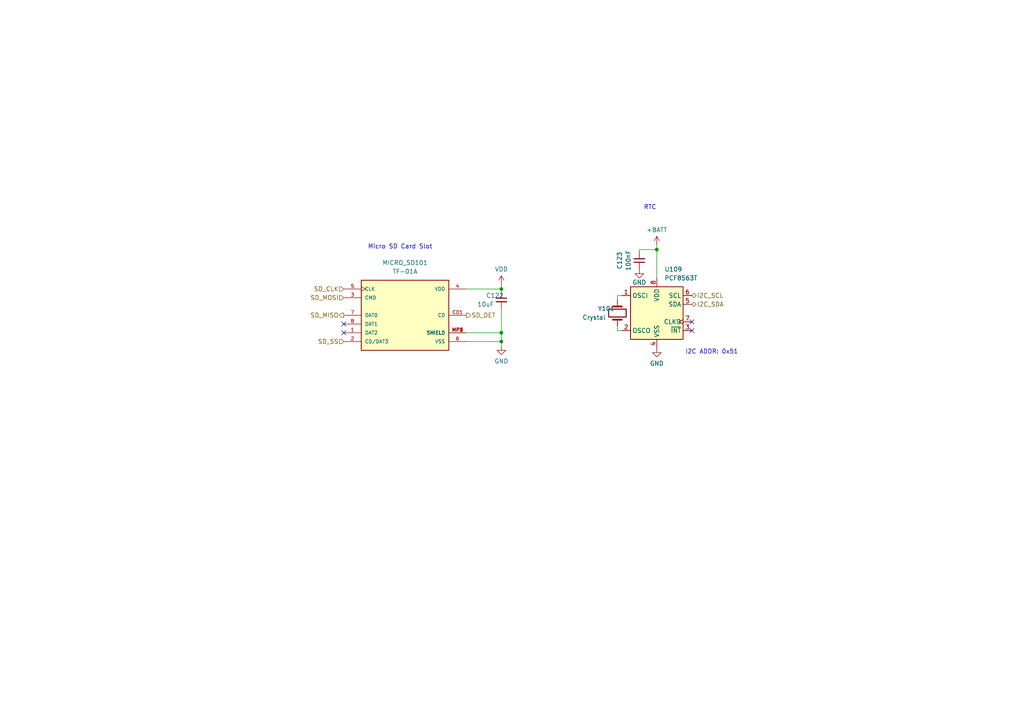
<source format=kicad_sch>
(kicad_sch (version 20231120) (generator "eeschema") (generator_version "8.0")
  (paper "A4")
  (lib_symbols
    (symbol "Device:C_Small" (pin_numbers hide) (pin_names (offset 0.254) hide)
      (property "Reference" "C" (at 0.254 1.778 0))
      (property "Value" "C_Small" (at 0.254 -2.032 0))
      (symbol "C_Small_0_1"
        (polyline (pts (xy -1.524 -0.508) (xy 1.524 -0.508)) (stroke (width 0.3302)))
        (polyline (pts (xy -1.524 0.508) (xy 1.524 0.508)) (stroke (width 0.3048)))
      )
      (symbol "C_Small_1_1"
        (pin passive line (at 0 2.54 270) (length 2.032) (name "~") (number "1"))
        (pin passive line (at 0 -2.54 90) (length 2.032) (name "~") (number "2"))
      )
    )
    (symbol "Device:Crystal" (pin_numbers hide) (pin_names (offset 1.016) hide)
      (property "Reference" "Y" (at 0 3.81 0))
      (property "Value" "Crystal" (at 0 -3.81 0))
      (symbol "Crystal_0_1"
        (rectangle (start -1.143 2.54) (end 1.143 -2.54) (stroke (width 0.3048)))
        (polyline (pts (xy -2.54 0) (xy -1.905 0)))
        (polyline (pts (xy -1.905 -1.27) (xy -1.905 1.27)) (stroke (width 0.508)))
        (polyline (pts (xy 1.905 -1.27) (xy 1.905 1.27)) (stroke (width 0.508)))
        (polyline (pts (xy 2.54 0) (xy 1.905 0)))
      )
      (symbol "Crystal_1_1"
        (pin passive line (at -3.81 0 0) (length 1.27) (name "1") (number "1"))
        (pin passive line (at 3.81 0 180) (length 1.27) (name "2") (number "2"))
      )
    )
    (symbol "Timer_RTC:PCF8563T"
      (property "Reference" "U" (at -7.62 8.89 0))
      (property "Value" "PCF8563T" (at 2.54 8.89 0))
      (symbol "PCF8563T_0_1"
        (rectangle (start -7.62 7.62) (end 7.62 -7.62) (stroke (width 0.254)) (fill (type background)))
      )
      (symbol "PCF8563T_1_1"
        (pin input line (at -10.16 5.08 0) (length 2.54) (name "OSCI") (number "1"))
        (pin output line (at -10.16 -5.08 0) (length 2.54) (name "OSCO") (number "2"))
        (pin output line (at 10.16 -5.08 180) (length 2.54) (name "~{INT}") (number "3"))
        (pin power_in line (at 0 -10.16 90) (length 2.54) (name "VSS") (number "4"))
        (pin bidirectional line (at 10.16 2.54 180) (length 2.54) (name "SDA") (number "5"))
        (pin input line (at 10.16 5.08 180) (length 2.54) (name "SCL") (number "6"))
        (pin output clock (at 10.16 -2.54 180) (length 2.54) (name "CLKO") (number "7"))
        (pin power_in line (at 0 10.16 270) (length 2.54) (name "VDD") (number "8"))
      )
    )
    (symbol "WOBCLibrary:TF-01A" (pin_names (offset 1.016))
      (property "Reference" "MICRO_SD" (at -12.7 10.795 0))
      (property "Value" "TF-01A" (at -12.7 -12.7 0))
      (symbol "TF-01A_0_0"
        (rectangle (start -12.7 -10.16) (end 12.7 10.16) (stroke (width 0.254)) (fill (type background)))
        (pin bidirectional line (at -17.78 -5.08 0) (length 5.08) (name "DAT2") (number "1"))
        (pin bidirectional line (at -17.78 -7.62 0) (length 5.08) (name "CD/DAT3") (number "2"))
        (pin bidirectional line (at -17.78 5.08 0) (length 5.08) (name "CMD") (number "3"))
        (pin power_in line (at 17.78 7.62 180) (length 5.08) (name "VDD") (number "4"))
        (pin bidirectional clock (at -17.78 7.62 0) (length 5.08) (name "CLK") (number "5"))
        (pin power_in line (at 17.78 -7.62 180) (length 5.08) (name "VSS") (number "6"))
        (pin bidirectional line (at -17.78 0 0) (length 5.08) (name "DAT0") (number "7"))
        (pin bidirectional line (at -17.78 -2.54 0) (length 5.08) (name "DAT1") (number "8"))
        (pin passive line (at 17.78 0 180) (length 5.08) (name "CD") (number "CD1"))
        (pin power_in line (at 17.78 -5.08 180) (length 5.08) (name "SHIELD") (number "MP1"))
        (pin power_in line (at 17.78 -5.08 180) (length 5.08) (name "SHIELD") (number "MP2"))
        (pin power_in line (at 17.78 -5.08 180) (length 5.08) (name "SHIELD") (number "MP3"))
        (pin power_in line (at 17.78 -5.08 180) (length 5.08) (name "SHIELD") (number "MP4"))
      )
    )
    (symbol "power:+BATT" (power) (pin_names (offset 0))
      (property "Value" "+BATT" (at 0 3.556 0))
      (symbol "+BATT_0_1"
        (polyline (pts (xy -0.762 1.27) (xy 0 2.54)))
        (polyline (pts (xy 0 0) (xy 0 2.54)))
        (polyline (pts (xy 0 2.54) (xy 0.762 1.27)))
      )
      (symbol "+BATT_1_1"
        (pin power_in line (at 0 0 90) (length 0) hide (name "+BATT") (number "1"))
      )
    )
    (symbol "power:GND" (power) (pin_names (offset 0))
      (property "Value" "GND" (at 0 -3.81 0))
      (symbol "GND_0_1"
        (polyline (pts (xy 0 0) (xy 0 -1.27) (xy 1.27 -1.27) (xy 0 -2.54) (xy -1.27 -1.27) (xy 0 -1.27)))
      )
      (symbol "GND_1_1"
        (pin power_in line (at 0 0 270) (length 0) hide (name "GND") (number "1"))
      )
    )
    (symbol "power:VDD" (power) (pin_names (offset 0))
      (property "Value" "VDD" (at 0 3.81 0))
      (symbol "VDD_0_1"
        (polyline (pts (xy -0.762 1.27) (xy 0 2.54)))
        (polyline (pts (xy 0 0) (xy 0 2.54)))
        (polyline (pts (xy 0 2.54) (xy 0.762 1.27)))
      )
      (symbol "VDD_1_1"
        (pin power_in line (at 0 0 90) (length 0) hide (name "VDD") (number "1"))
      )
    )
  )
  (junction (at 190.5 72.39))
  (junction (at 145.415 96.52))
  (junction (at 145.415 99.06))
  (junction (at 145.415 83.82))
  (no_connect (at 99.695 93.98))
  (no_connect (at 99.695 96.52))
  (no_connect (at 200.66 95.885))
  (no_connect (at 200.66 93.345))
  (wire (pts (xy 190.5 71.12) (xy 190.5 72.39)))
  (wire (pts (xy 135.255 83.82) (xy 145.415 83.82)))
  (wire (pts (xy 145.415 89.535) (xy 145.415 96.52)))
  (wire (pts (xy 185.42 73.025) (xy 185.42 72.39)))
  (wire (pts (xy 190.5 72.39) (xy 190.5 80.645)))
  (wire (pts (xy 145.415 82.55) (xy 145.415 83.82)))
  (wire (pts (xy 145.415 99.06) (xy 145.415 100.33)))
  (wire (pts (xy 179.07 86.995) (xy 179.07 85.725)))
  (wire (pts (xy 135.255 96.52) (xy 145.415 96.52)))
  (wire (pts (xy 135.255 99.06) (xy 145.415 99.06)))
  (wire (pts (xy 185.42 72.39) (xy 190.5 72.39)))
  (wire (pts (xy 145.415 96.52) (xy 145.415 99.06)))
  (wire (pts (xy 179.07 85.725) (xy 180.34 85.725)))
  (wire (pts (xy 179.07 94.615) (xy 179.07 95.885)))
  (wire (pts (xy 145.415 83.82) (xy 145.415 84.455)))
  (wire (pts (xy 179.07 95.885) (xy 180.34 95.885)))
  (text "Micro SD Card Slot" (at 106.68 72.39 0) (effects (font (size 1.27 1.27)) (justify left bottom)))
  (text "RTC" (at 186.69 60.96 0) (effects (font (size 1.27 1.27)) (justify left bottom)))
  (text "I2C ADDR: 0x51" (at 198.755 102.87 0) (effects (font (size 1.27 1.27)) (justify left bottom)))
  (hierarchical_label "I2C_SCL" (shape bidirectional) (at 200.66 85.725 0))
  (hierarchical_label "SD_MOSI" (shape input) (at 99.695 86.36 180))
  (hierarchical_label "SD_MISO" (shape output) (at 99.695 91.44 180))
  (hierarchical_label "SD_DET" (shape output) (at 135.255 91.44 0))
  (hierarchical_label "I2C_SDA" (shape bidirectional) (at 200.66 88.265 0))
  (hierarchical_label "SD_SS" (shape input) (at 99.695 99.06 180))
  (hierarchical_label "SD_CLK" (shape input) (at 99.695 83.82 180))
  (symbol (lib_id "Device:C_Small") (at 145.415 86.995 0) (unit 1)
    (property "Reference" "C122" (at 140.97 85.725 0) (effects (justify left)))
    (property "Value" "10uF" (at 138.43 88.265 0) (effects (justify left)))
    (property "Footprint" "Capacitor_SMD:C_0603_1608Metric" (effects (hide yes)))
    (property "LCSC" "C96446" (effects (hide yes)))
  )
  (symbol (lib_id "WOBCLibrary:TF-01A") (at 117.475 91.44 0) (unit 1)
    (property "Reference" "MICRO_SD101" (at 117.475 76.2 0))
    (property "Value" "TF-01A" (at 117.475 78.74 0))
    (property "Footprint" "WOBCLibrary:TF-01A" (effects (hide yes)))
    (property "Description" "\nStandard Card Edge Connectors\n" (effects (hide yes)))
    (property "MF" "HRO Electronics Co., Ltd." (effects (hide yes)))
    (property "Package" "Package" (effects (hide yes)))
    (property "Price" "None" (effects (hide yes)))
    (property "SnapEDA_Link" "https://www.snapeda.com/parts/TF-01A/HRO+Electronics+Co.%252C+Ltd./view-part/?ref=snap" (effects (hide yes)))
    (property "MP" "TF-01A" (effects (hide yes)))
    (property "Availability" "Not in stock" (effects (hide yes)))
    (property "Check_prices" "https://www.snapeda.com/parts/TF-01A/HRO+Electronics+Co.%252C+Ltd./view-part/?ref=eda" (effects (hide yes)))
    (property "LCSC" "C5155563" (effects (hide yes)))
  )
  (symbol (lib_id "power:GND") (at 185.42 78.105 0) (unit 1)
    (property "Reference" "#PWR0166" (effects (hide yes)))
    (property "Value" "GND" (at 185.42 81.915 0))
  )
  (symbol (lib_id "power:GND") (at 190.5 100.965 0) (unit 1)
    (property "Reference" "#PWR0168" (effects (hide yes)))
    (property "Value" "GND" (at 190.5 105.41 0))
  )
  (symbol (lib_id "power:VDD") (at 145.415 82.55 0) (unit 1)
    (property "Reference" "#PWR0164" (effects (hide yes)))
    (property "Value" "VDD" (at 145.415 78.105 0))
  )
  (symbol (lib_id "Timer_RTC:PCF8563T") (at 190.5 90.805 0) (unit 1)
    (property "Reference" "U109" (at 192.6941 78.105 0) (effects (justify left)))
    (property "Value" "PCF8563T" (at 192.6941 80.645 0) (effects (justify left)))
    (property "Footprint" "Package_SO:SOIC-8_3.9x4.9mm_P1.27mm" (effects (hide yes)))
    (property "Datasheet" "https://www.nxp.com/docs/en/data-sheet/PCF8563.pdf" (effects (hide yes)))
    (property "LCSC" "C7440" (effects (hide yes)))
  )
  (symbol (lib_id "power:GND") (at 145.415 100.33 0) (unit 1)
    (property "Reference" "#PWR0165" (effects (hide yes)))
    (property "Value" "GND" (at 145.415 104.775 0))
  )
  (symbol (lib_id "Device:C_Small") (at 185.42 75.565 180) (unit 1)
    (property "Reference" "C123" (at 179.705 75.565 90))
    (property "Value" "100nF" (at 182.245 75.565 90))
    (property "Footprint" "Capacitor_SMD:C_0402_1005Metric" (effects (hide yes)))
    (property "LCSC" "C1525" (effects (hide yes)))
  )
  (symbol (lib_id "power:+BATT") (at 190.5 71.12 0) (unit 1)
    (property "Reference" "#PWR0167" (effects (hide yes)))
    (property "Value" "+BATT" (at 190.5 66.675 0))
  )
  (symbol (lib_id "Device:Crystal") (at 179.07 90.805 270) (unit 1)
    (property "Reference" "Y101" (at 173.355 89.535 90) (effects (justify left)))
    (property "Value" "Crystal" (at 168.91 92.075 90) (effects (justify left)))
    (property "Footprint" "Crystal:Crystal_SMD_3215-2Pin_3.2x1.5mm" (effects (hide yes)))
    (property "LCSC" "C32346" (effects (hide yes)))
  )
)
</source>
